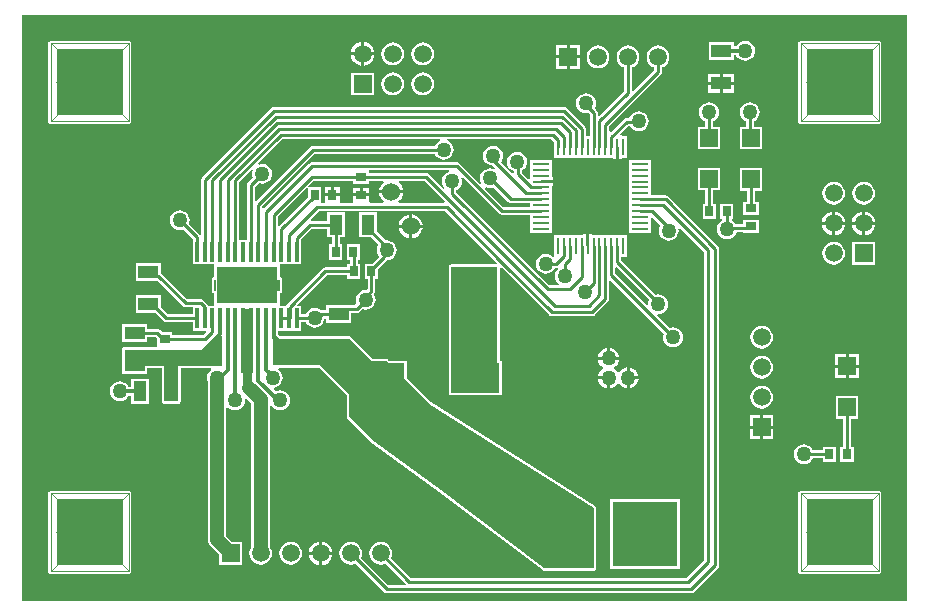
<source format=gtl>
G04*
G04 #@! TF.GenerationSoftware,Altium Limited,Altium Designer,19.1.5 (86)*
G04*
G04 Layer_Physical_Order=1*
G04 Layer_Color=255*
%FSLAX25Y25*%
%MOIN*%
G70*
G01*
G75*
%ADD13C,0.01000*%
%ADD18C,0.00394*%
%ADD19C,0.00098*%
%ADD20R,0.06693X0.04331*%
%ADD21R,0.02756X0.03543*%
%ADD22R,0.05906X0.05906*%
%ADD23R,0.03543X0.02756*%
%ADD24R,0.20394X0.12205*%
%ADD25R,0.01400X0.06600*%
%ADD26R,0.04331X0.06693*%
%ADD27R,0.01102X0.05787*%
%ADD28R,0.05787X0.01102*%
%ADD29R,0.15748X0.09843*%
%ADD48C,0.03937*%
%ADD49C,0.01400*%
%ADD50C,0.03000*%
%ADD51C,0.04500*%
%ADD52C,0.01500*%
%ADD53R,0.04000X0.21500*%
%ADD54R,0.04500X0.13000*%
%ADD55R,0.27000X0.05500*%
%ADD56R,0.25500X0.09000*%
%ADD57R,0.15500X0.42000*%
%ADD58R,0.22047X0.22047*%
%ADD59C,0.05906*%
%ADD60R,0.05906X0.05906*%
%ADD61C,0.06000*%
%ADD62C,0.07500*%
%ADD63C,0.14961*%
%ADD64R,0.21717X0.21717*%
%ADD65C,0.21717*%
%ADD66C,0.05000*%
%ADD67C,0.02362*%
G36*
X397500Y102500D02*
X397000Y102000D01*
X102500D01*
Y297500D01*
X397500D01*
Y102500D01*
D02*
G37*
%LPC*%
G36*
X343500Y288828D02*
X342638Y288715D01*
X341836Y288383D01*
X341146Y287854D01*
X340617Y287164D01*
X340562Y287029D01*
X339647D01*
Y288280D01*
X331353D01*
Y282350D01*
X339647D01*
Y283971D01*
X340562D01*
X340617Y283836D01*
X341146Y283146D01*
X341836Y282617D01*
X342638Y282285D01*
X343500Y282172D01*
X344361Y282285D01*
X345164Y282617D01*
X345854Y283146D01*
X346382Y283836D01*
X346715Y284639D01*
X346829Y285500D01*
X346715Y286362D01*
X346382Y287164D01*
X345854Y287854D01*
X345164Y288383D01*
X344361Y288715D01*
X343500Y288828D01*
D02*
G37*
G36*
X216500Y288421D02*
Y285000D01*
X219921D01*
X219851Y285532D01*
X219453Y286493D01*
X218819Y287319D01*
X217993Y287953D01*
X217032Y288351D01*
X216500Y288421D01*
D02*
G37*
G36*
X215500D02*
X214968Y288351D01*
X214007Y287953D01*
X213181Y287319D01*
X212547Y286493D01*
X212149Y285532D01*
X212079Y285000D01*
X215500D01*
Y288421D01*
D02*
G37*
G36*
X288453Y287453D02*
X285000D01*
Y284000D01*
X288453D01*
Y287453D01*
D02*
G37*
G36*
X284000D02*
X280547D01*
Y284000D01*
X284000D01*
Y287453D01*
D02*
G37*
G36*
X236000Y288285D02*
X235020Y288156D01*
X234107Y287778D01*
X233324Y287176D01*
X232722Y286393D01*
X232344Y285480D01*
X232215Y284500D01*
X232344Y283520D01*
X232722Y282607D01*
X233324Y281823D01*
X234107Y281222D01*
X235020Y280844D01*
X236000Y280715D01*
X236980Y280844D01*
X237893Y281222D01*
X238677Y281823D01*
X239278Y282607D01*
X239656Y283520D01*
X239785Y284500D01*
X239656Y285480D01*
X239278Y286393D01*
X238677Y287176D01*
X237893Y287778D01*
X236980Y288156D01*
X236000Y288285D01*
D02*
G37*
G36*
X226000D02*
X225020Y288156D01*
X224107Y287778D01*
X223323Y287176D01*
X222722Y286393D01*
X222344Y285480D01*
X222215Y284500D01*
X222344Y283520D01*
X222722Y282607D01*
X223323Y281823D01*
X224107Y281222D01*
X225020Y280844D01*
X226000Y280715D01*
X226980Y280844D01*
X227893Y281222D01*
X228677Y281823D01*
X229278Y282607D01*
X229656Y283520D01*
X229785Y284500D01*
X229656Y285480D01*
X229278Y286393D01*
X228677Y287176D01*
X227893Y287778D01*
X226980Y288156D01*
X226000Y288285D01*
D02*
G37*
G36*
X219921Y284000D02*
X216500D01*
Y280579D01*
X217032Y280649D01*
X217993Y281047D01*
X218819Y281681D01*
X219453Y282507D01*
X219851Y283468D01*
X219921Y284000D01*
D02*
G37*
G36*
X215500D02*
X212079D01*
X212149Y283468D01*
X212547Y282507D01*
X213181Y281681D01*
X214007Y281047D01*
X214968Y280649D01*
X215500Y280579D01*
Y284000D01*
D02*
G37*
G36*
X294500Y287285D02*
X293520Y287156D01*
X292607Y286778D01*
X291824Y286176D01*
X291222Y285393D01*
X290844Y284480D01*
X290715Y283500D01*
X290844Y282520D01*
X291222Y281607D01*
X291824Y280823D01*
X292607Y280222D01*
X293520Y279844D01*
X294500Y279715D01*
X295480Y279844D01*
X296393Y280222D01*
X297177Y280823D01*
X297778Y281607D01*
X298156Y282520D01*
X298285Y283500D01*
X298156Y284480D01*
X297778Y285393D01*
X297177Y286176D01*
X296393Y286778D01*
X295480Y287156D01*
X294500Y287285D01*
D02*
G37*
G36*
X288453Y283000D02*
X285000D01*
Y279547D01*
X288453D01*
Y283000D01*
D02*
G37*
G36*
X284000D02*
X280547D01*
Y279547D01*
X284000D01*
Y283000D01*
D02*
G37*
G36*
X339846Y277850D02*
X336000D01*
Y275185D01*
X339846D01*
Y277850D01*
D02*
G37*
G36*
X335000D02*
X331153D01*
Y275185D01*
X335000D01*
Y277850D01*
D02*
G37*
G36*
X314500Y287285D02*
X313520Y287156D01*
X312607Y286778D01*
X311824Y286176D01*
X311222Y285393D01*
X310844Y284480D01*
X310715Y283500D01*
X310844Y282520D01*
X311222Y281607D01*
X311824Y280823D01*
X312607Y280222D01*
X313175Y279987D01*
Y279049D01*
X306287Y272162D01*
X305825Y272353D01*
Y279987D01*
X306393Y280222D01*
X307176Y280823D01*
X307778Y281607D01*
X308156Y282520D01*
X308285Y283500D01*
X308156Y284480D01*
X307778Y285393D01*
X307176Y286176D01*
X306393Y286778D01*
X305480Y287156D01*
X304500Y287285D01*
X303520Y287156D01*
X302607Y286778D01*
X301823Y286176D01*
X301222Y285393D01*
X300844Y284480D01*
X300715Y283500D01*
X300844Y282520D01*
X301222Y281607D01*
X301823Y280823D01*
X302607Y280222D01*
X303174Y279987D01*
Y272049D01*
X294772Y263646D01*
X294310Y263838D01*
Y264827D01*
X294209Y265335D01*
X293921Y265765D01*
X293369Y266318D01*
X293383Y266336D01*
X293715Y267139D01*
X293829Y268000D01*
X293715Y268862D01*
X293383Y269664D01*
X292854Y270354D01*
X292164Y270883D01*
X291361Y271215D01*
X290500Y271328D01*
X289638Y271215D01*
X288836Y270883D01*
X288146Y270354D01*
X287617Y269664D01*
X287285Y268862D01*
X287172Y268000D01*
X287285Y267139D01*
X287617Y266336D01*
X288146Y265646D01*
X288836Y265118D01*
X289638Y264785D01*
X290500Y264671D01*
X291177Y264761D01*
X291659Y264278D01*
Y257111D01*
X290373D01*
Y259590D01*
X290272Y260097D01*
X289984Y260527D01*
X284074Y266437D01*
X283644Y266725D01*
X283137Y266826D01*
X186500D01*
X185993Y266725D01*
X185563Y266437D01*
X162613Y243487D01*
X162325Y243057D01*
X162224Y242550D01*
Y224258D01*
X161724Y224107D01*
X161637Y224237D01*
X158075Y227800D01*
X158215Y228138D01*
X158328Y229000D01*
X158215Y229861D01*
X157882Y230664D01*
X157354Y231354D01*
X156664Y231883D01*
X155861Y232215D01*
X155000Y232329D01*
X154139Y232215D01*
X153336Y231883D01*
X152646Y231354D01*
X152118Y230664D01*
X151785Y229861D01*
X151672Y229000D01*
X151785Y228138D01*
X152118Y227336D01*
X152646Y226646D01*
X153336Y226117D01*
X154139Y225785D01*
X155000Y225672D01*
X155861Y225785D01*
X156200Y225925D01*
X159103Y223022D01*
X159291Y222600D01*
Y214400D01*
X165969D01*
X166428Y214302D01*
X166428Y213900D01*
Y210083D01*
X166129Y210024D01*
X165864Y209847D01*
X165687Y209582D01*
X165625Y209270D01*
Y205530D01*
X165687Y205218D01*
X165864Y204953D01*
X166129Y204776D01*
X166428Y204717D01*
X166428Y200498D01*
X165969Y200400D01*
X164746D01*
X164725Y200507D01*
X164437Y200937D01*
X162937Y202437D01*
X162507Y202725D01*
X162000Y202825D01*
X157549D01*
X148852Y211523D01*
X148646Y211660D01*
Y214780D01*
X140354D01*
Y208850D01*
X147776D01*
X156063Y200563D01*
X156493Y200275D01*
X157000Y200174D01*
X159291D01*
Y197626D01*
X151115D01*
X148646Y200094D01*
Y204150D01*
X140354D01*
Y198220D01*
X146772D01*
X149629Y195363D01*
X150059Y195075D01*
X150566Y194975D01*
X159291D01*
Y192200D01*
X163672D01*
X163864Y191738D01*
X162904Y190778D01*
X152572D01*
Y191631D01*
X149303D01*
X148496Y192437D01*
X148066Y192725D01*
X147559Y192825D01*
X144147D01*
Y194280D01*
X135854D01*
Y188350D01*
X144147D01*
Y190174D01*
X147010D01*
X147428Y189756D01*
Y187275D01*
X147428D01*
X147330Y186816D01*
X136500D01*
X136188Y186754D01*
X135923Y186577D01*
X135746Y186312D01*
X135684Y186000D01*
Y180500D01*
X135746Y180188D01*
X135854Y180027D01*
Y177720D01*
X144147D01*
Y179684D01*
X149184D01*
Y168500D01*
X149246Y168188D01*
X149350Y168033D01*
Y167853D01*
X149528D01*
X149688Y167746D01*
X150000Y167684D01*
X154500D01*
X154812Y167746D01*
X154973Y167853D01*
X155280D01*
Y168322D01*
X155316Y168500D01*
Y179684D01*
X165408D01*
X165577Y179184D01*
X165146Y178854D01*
X164618Y178164D01*
X164285Y177362D01*
X164172Y176500D01*
X164285Y175638D01*
X164424Y175304D01*
Y122500D01*
X164529Y121704D01*
X164836Y120962D01*
X165325Y120325D01*
X168247Y117402D01*
Y114247D01*
X175753D01*
Y121753D01*
X172598D01*
X170576Y123774D01*
Y166568D01*
X171076Y166738D01*
X171146Y166646D01*
X171836Y166118D01*
X172638Y165785D01*
X173500Y165672D01*
X174362Y165785D01*
X175164Y166118D01*
X175854Y166646D01*
X176383Y167336D01*
X176715Y168139D01*
X176829Y169000D01*
X176758Y169533D01*
X177232Y169766D01*
X178924Y168075D01*
Y120155D01*
X178722Y119893D01*
X178344Y118980D01*
X178215Y118000D01*
X178344Y117020D01*
X178722Y116107D01*
X179323Y115323D01*
X180107Y114722D01*
X181020Y114344D01*
X182000Y114215D01*
X182980Y114344D01*
X183893Y114722D01*
X184677Y115323D01*
X185278Y116107D01*
X185656Y117020D01*
X185785Y118000D01*
X185656Y118980D01*
X185278Y119893D01*
X185076Y120155D01*
Y167336D01*
X185576Y167435D01*
X185617Y167336D01*
X186146Y166646D01*
X186836Y166118D01*
X187638Y165785D01*
X188500Y165672D01*
X189362Y165785D01*
X190164Y166118D01*
X190854Y166646D01*
X191383Y167336D01*
X191715Y168139D01*
X191829Y169000D01*
X191715Y169861D01*
X191383Y170664D01*
X190854Y171354D01*
X190164Y171882D01*
X189362Y172215D01*
X188500Y172328D01*
X187638Y172215D01*
X187039Y171967D01*
X186299Y172707D01*
X186479Y173234D01*
X186862Y173285D01*
X187664Y173617D01*
X188354Y174146D01*
X188883Y174836D01*
X189215Y175638D01*
X189329Y176500D01*
X189215Y177362D01*
X188883Y178164D01*
X188354Y178854D01*
X187923Y179184D01*
X188092Y179684D01*
X201662D01*
X210684Y170662D01*
Y163500D01*
X210684Y163500D01*
X210746Y163188D01*
X210923Y162923D01*
X210923Y162923D01*
X219423Y154423D01*
X219466Y154395D01*
X219500Y154356D01*
X219511Y154350D01*
X219520Y154340D01*
X241514Y138345D01*
X276009Y112349D01*
X276102Y112304D01*
X276188Y112246D01*
X276244Y112235D01*
X276296Y112210D01*
X276399Y112204D01*
X276500Y112184D01*
X293000D01*
X293312Y112246D01*
X293577Y112423D01*
X293754Y112688D01*
X293816Y113000D01*
Y133000D01*
X293798Y133088D01*
X293796Y133178D01*
X293767Y133243D01*
X293754Y133312D01*
X293704Y133387D01*
X293667Y133469D01*
X293616Y133518D01*
X293577Y133577D01*
X293502Y133627D01*
X293437Y133689D01*
X238763Y168390D01*
X230926Y176228D01*
Y182221D01*
X224932D01*
X224577Y182577D01*
X224312Y182754D01*
X224000Y182816D01*
X224000Y182816D01*
X219338D01*
X212146Y190007D01*
Y190150D01*
X211979D01*
X211947Y190182D01*
X211876Y190211D01*
X211812Y190254D01*
X211730Y190270D01*
X211652Y190302D01*
X211575Y190301D01*
X211500Y190316D01*
X211500Y190316D01*
X188419D01*
X187911Y190824D01*
Y192200D01*
X195559D01*
Y195175D01*
X196977D01*
X197117Y194836D01*
X197646Y194146D01*
X198336Y193617D01*
X199138Y193285D01*
X200000Y193172D01*
X200862Y193285D01*
X201664Y193617D01*
X202354Y194146D01*
X202883Y194836D01*
X203215Y195639D01*
X203327Y196490D01*
X203854D01*
Y194850D01*
X212146D01*
Y198155D01*
X213980D01*
X214488Y198256D01*
X214918Y198543D01*
X215800Y199425D01*
X216139Y199285D01*
X217000Y199171D01*
X217862Y199285D01*
X218664Y199618D01*
X219354Y200146D01*
X219882Y200836D01*
X220215Y201639D01*
X220328Y202500D01*
X220215Y203362D01*
X219882Y204164D01*
X219697Y204405D01*
X219890Y204598D01*
X220177Y205028D01*
X220278Y205535D01*
Y209428D01*
X221131D01*
Y212697D01*
X224121Y215687D01*
X224862Y215785D01*
X225664Y216118D01*
X226354Y216646D01*
X226883Y217336D01*
X227215Y218139D01*
X227328Y219000D01*
X227215Y219862D01*
X226883Y220664D01*
X226354Y221354D01*
X225664Y221883D01*
X224862Y222215D01*
X224000Y222328D01*
X223717Y222291D01*
X220780Y225228D01*
Y231646D01*
X214850D01*
Y223354D01*
X218906D01*
X221325Y220935D01*
X221117Y220664D01*
X220785Y219862D01*
X220672Y219000D01*
X220785Y218139D01*
X221117Y217336D01*
X221510Y216825D01*
X219256Y214572D01*
X216775D01*
Y209428D01*
X217627D01*
Y206146D01*
X217247Y205796D01*
X217000Y205828D01*
X216139Y205715D01*
X215336Y205382D01*
X214646Y204854D01*
X214118Y204164D01*
X213785Y203362D01*
X213671Y202500D01*
X213785Y201639D01*
X213925Y201300D01*
X213431Y200806D01*
X209665D01*
X209537Y200780D01*
X203854D01*
Y199140D01*
X202397D01*
X202066Y199074D01*
X201664Y199382D01*
X200862Y199715D01*
X200000Y199829D01*
X199138Y199715D01*
X198336Y199382D01*
X197646Y198854D01*
X197117Y198164D01*
X196977Y197826D01*
X195582D01*
X195559Y197943D01*
Y200400D01*
X194428D01*
X194236Y200862D01*
X204049Y210675D01*
X210869D01*
Y209428D01*
X215225D01*
Y214572D01*
X214325D01*
Y215928D01*
X215131D01*
Y221072D01*
X210775D01*
Y215928D01*
X211674D01*
Y214572D01*
X210869D01*
Y213326D01*
X203500D01*
X202993Y213225D01*
X202563Y212937D01*
X190763Y201137D01*
X190475Y200707D01*
X190414Y200400D01*
X188881D01*
X188422Y200498D01*
X188422Y200900D01*
Y204717D01*
X188721Y204776D01*
X188986Y204953D01*
X189163Y205218D01*
X189225Y205530D01*
Y209270D01*
X189163Y209582D01*
X188986Y209847D01*
X188721Y210024D01*
X188422Y210083D01*
X188422Y214302D01*
X188881Y214400D01*
X195559D01*
Y222600D01*
X195559Y222600D01*
X195559D01*
X195843Y222968D01*
X199049Y226174D01*
X204220D01*
Y223354D01*
X205722D01*
Y221072D01*
X204869D01*
Y215928D01*
X209225D01*
Y221072D01*
X208373D01*
Y223354D01*
X210150D01*
Y231646D01*
X204220D01*
Y228825D01*
X198862D01*
X198654Y229326D01*
X201503Y232174D01*
X243451D01*
X260810Y214816D01*
X260603Y214316D01*
X245500D01*
X245188Y214254D01*
X244923Y214077D01*
X244746Y213812D01*
X244684Y213500D01*
Y171500D01*
X244746Y171188D01*
X244923Y170923D01*
X245074Y170823D01*
Y170779D01*
X245140D01*
X245188Y170746D01*
X245500Y170684D01*
X261000D01*
X261312Y170746D01*
X261361Y170779D01*
X262422D01*
Y182221D01*
X261816D01*
Y213103D01*
X262306Y213310D01*
X262316Y213310D01*
X278063Y197563D01*
X278493Y197275D01*
X279000Y197175D01*
X292500D01*
X293007Y197275D01*
X293437Y197563D01*
X297859Y201984D01*
X298146Y202414D01*
X298247Y202921D01*
Y208726D01*
X298709Y208917D01*
X316425Y191200D01*
X316285Y190861D01*
X316172Y190000D01*
X316285Y189138D01*
X316617Y188336D01*
X317146Y187646D01*
X317836Y187118D01*
X318638Y186785D01*
X319500Y186671D01*
X320361Y186785D01*
X321164Y187118D01*
X321854Y187646D01*
X322382Y188336D01*
X322715Y189138D01*
X322829Y190000D01*
X322715Y190861D01*
X322382Y191664D01*
X321854Y192354D01*
X321164Y192883D01*
X320361Y193215D01*
X319500Y193328D01*
X318638Y193215D01*
X318300Y193075D01*
X314163Y197212D01*
X314397Y197685D01*
X314500Y197671D01*
X315361Y197785D01*
X316164Y198117D01*
X316854Y198646D01*
X317383Y199336D01*
X317715Y200138D01*
X317828Y201000D01*
X317715Y201862D01*
X317383Y202664D01*
X316854Y203354D01*
X316164Y203883D01*
X315361Y204215D01*
X314500Y204328D01*
X313657Y204218D01*
X302184Y215691D01*
Y216889D01*
X304178D01*
Y224276D01*
X300241D01*
Y224276D01*
X293602D01*
Y224276D01*
X292567D01*
Y224476D01*
X291516D01*
Y220583D01*
X290516D01*
Y224476D01*
X289465D01*
Y224276D01*
X283759D01*
Y224276D01*
X279822D01*
Y217352D01*
X279822Y217064D01*
X279445Y216895D01*
X279329Y216873D01*
X278664Y217383D01*
X277861Y217715D01*
X277000Y217828D01*
X276138Y217715D01*
X275336Y217383D01*
X274646Y216854D01*
X274117Y216164D01*
X273785Y215361D01*
X273672Y214500D01*
X273785Y213638D01*
X274117Y212836D01*
X274646Y212146D01*
X275336Y211617D01*
X276138Y211285D01*
X277000Y211172D01*
X277861Y211285D01*
X278664Y211617D01*
X279354Y212146D01*
X279883Y212836D01*
X280023Y213175D01*
X280500D01*
X280837Y213242D01*
X281005Y213032D01*
X281092Y212783D01*
X280617Y212164D01*
X280285Y211362D01*
X280171Y210500D01*
X280285Y209639D01*
X280617Y208836D01*
X281146Y208146D01*
X281565Y207825D01*
X281395Y207326D01*
X278175D01*
X247076Y238425D01*
Y238977D01*
X247414Y239118D01*
X248104Y239646D01*
X248633Y240336D01*
X248965Y241139D01*
X249078Y242000D01*
X248965Y242862D01*
X248900Y243018D01*
X249324Y243302D01*
X261367Y231259D01*
X261797Y230972D01*
X262304Y230871D01*
X271889D01*
Y228759D01*
Y224822D01*
X279276D01*
Y228759D01*
Y232696D01*
Y236633D01*
Y240370D01*
X279476D01*
Y241421D01*
X275583D01*
Y242421D01*
X279476D01*
Y243472D01*
X279276D01*
Y249178D01*
X271889D01*
Y246476D01*
Y243472D01*
X271689D01*
Y242839D01*
X271227Y242648D01*
X269046Y244828D01*
Y245568D01*
X269164Y245618D01*
X269854Y246146D01*
X270382Y246836D01*
X270715Y247639D01*
X270829Y248500D01*
X270715Y249361D01*
X270382Y250164D01*
X269854Y250854D01*
X269164Y251382D01*
X268361Y251715D01*
X267500Y251829D01*
X266638Y251715D01*
X265836Y251382D01*
X265146Y250854D01*
X264617Y250164D01*
X264285Y249361D01*
X264172Y248500D01*
X264285Y247639D01*
X264617Y246836D01*
X265146Y246146D01*
X265836Y245618D01*
X266395Y245386D01*
Y244687D01*
X265895Y244479D01*
X262016Y248358D01*
X262383Y248836D01*
X262715Y249639D01*
X262828Y250500D01*
X262715Y251361D01*
X262383Y252164D01*
X261854Y252854D01*
X261164Y253382D01*
X260362Y253715D01*
X259500Y253829D01*
X258639Y253715D01*
X257836Y253382D01*
X257146Y252854D01*
X256617Y252164D01*
X256285Y251361D01*
X256171Y250500D01*
X256285Y249639D01*
X256617Y248836D01*
X257146Y248146D01*
X257836Y247618D01*
X258639Y247285D01*
X259447Y247179D01*
X260228Y246397D01*
X259945Y245973D01*
X259362Y246215D01*
X258500Y246328D01*
X257639Y246215D01*
X256836Y245883D01*
X256146Y245354D01*
X255617Y244664D01*
X255285Y243862D01*
X255171Y243000D01*
X255285Y242139D01*
X255527Y241555D01*
X255103Y241272D01*
X248437Y247937D01*
X248007Y248225D01*
X247500Y248325D01*
X199000D01*
X198493Y248225D01*
X198063Y247937D01*
X183089Y232964D01*
X182589Y233171D01*
Y233715D01*
X200049Y251174D01*
X239977D01*
X240118Y250836D01*
X240646Y250146D01*
X241336Y249618D01*
X242139Y249285D01*
X243000Y249171D01*
X243862Y249285D01*
X244664Y249618D01*
X245354Y250146D01*
X245883Y250836D01*
X246215Y251639D01*
X246328Y252500D01*
X246215Y253362D01*
X245883Y254164D01*
X245354Y254854D01*
X244664Y255382D01*
X243959Y255675D01*
X244059Y256174D01*
X278884D01*
X279822Y255237D01*
Y249724D01*
X293602D01*
Y249724D01*
X298272D01*
Y249724D01*
X299307D01*
Y249524D01*
X300358D01*
Y253417D01*
X301358D01*
Y249524D01*
X302410D01*
Y249724D01*
X304178D01*
Y257111D01*
X302410D01*
Y257311D01*
X301996D01*
X301805Y257773D01*
X304549Y260517D01*
X305042D01*
X305118Y260336D01*
X305646Y259646D01*
X306336Y259118D01*
X307138Y258785D01*
X308000Y258671D01*
X308861Y258785D01*
X309664Y259118D01*
X310354Y259646D01*
X310882Y260336D01*
X311215Y261139D01*
X311329Y262000D01*
X311215Y262861D01*
X310882Y263664D01*
X310354Y264354D01*
X309664Y264882D01*
X308861Y265215D01*
X308000Y265329D01*
X307138Y265215D01*
X306336Y264882D01*
X305646Y264354D01*
X305118Y263664D01*
X304912Y263168D01*
X304000D01*
X303493Y263067D01*
X303063Y262780D01*
X298709Y258426D01*
X298247Y258617D01*
Y260372D01*
X315437Y277563D01*
X315725Y277993D01*
X315826Y278500D01*
Y279987D01*
X316393Y280222D01*
X317177Y280823D01*
X317778Y281607D01*
X318156Y282520D01*
X318285Y283500D01*
X318156Y284480D01*
X317778Y285393D01*
X317177Y286176D01*
X316393Y286778D01*
X315480Y287156D01*
X314500Y287285D01*
D02*
G37*
G36*
X339846Y274185D02*
X336000D01*
Y271520D01*
X339846D01*
Y274185D01*
D02*
G37*
G36*
X335000D02*
X331153D01*
Y271520D01*
X335000D01*
Y274185D01*
D02*
G37*
G36*
X219753Y278253D02*
X212247D01*
Y270747D01*
X219753D01*
Y278253D01*
D02*
G37*
G36*
X236000Y278285D02*
X235020Y278156D01*
X234107Y277778D01*
X233324Y277176D01*
X232722Y276393D01*
X232344Y275480D01*
X232215Y274500D01*
X232344Y273520D01*
X232722Y272607D01*
X233324Y271824D01*
X234107Y271222D01*
X235020Y270844D01*
X236000Y270715D01*
X236980Y270844D01*
X237893Y271222D01*
X238677Y271824D01*
X239278Y272607D01*
X239656Y273520D01*
X239785Y274500D01*
X239656Y275480D01*
X239278Y276393D01*
X238677Y277176D01*
X237893Y277778D01*
X236980Y278156D01*
X236000Y278285D01*
D02*
G37*
G36*
X226000D02*
X225020Y278156D01*
X224107Y277778D01*
X223323Y277176D01*
X222722Y276393D01*
X222344Y275480D01*
X222215Y274500D01*
X222344Y273520D01*
X222722Y272607D01*
X223323Y271824D01*
X224107Y271222D01*
X225020Y270844D01*
X226000Y270715D01*
X226980Y270844D01*
X227893Y271222D01*
X228677Y271824D01*
X229278Y272607D01*
X229656Y273520D01*
X229785Y274500D01*
X229656Y275480D01*
X229278Y276393D01*
X228677Y277176D01*
X227893Y277778D01*
X226980Y278156D01*
X226000Y278285D01*
D02*
G37*
G36*
X387992Y288811D02*
X362008D01*
X361696Y288749D01*
X361431Y288572D01*
X361254Y288307D01*
X361192Y287995D01*
Y262011D01*
X361254Y261699D01*
X361431Y261434D01*
X361696Y261257D01*
X362008Y261195D01*
X387992D01*
X388304Y261257D01*
X388569Y261434D01*
X388746Y261699D01*
X388808Y262011D01*
Y287995D01*
X388746Y288307D01*
X388569Y288572D01*
X388304Y288749D01*
X387992Y288811D01*
D02*
G37*
G36*
X137992D02*
X112008D01*
X111696Y288749D01*
X111431Y288572D01*
X111254Y288307D01*
X111192Y287995D01*
Y262011D01*
X111254Y261699D01*
X111431Y261434D01*
X111696Y261257D01*
X112008Y261195D01*
X137992D01*
X138304Y261257D01*
X138569Y261434D01*
X138746Y261699D01*
X138808Y262011D01*
Y287995D01*
X138746Y288307D01*
X138569Y288572D01*
X138304Y288749D01*
X137992Y288811D01*
D02*
G37*
G36*
X331500Y268328D02*
X330639Y268215D01*
X329836Y267882D01*
X329146Y267354D01*
X328618Y266664D01*
X328285Y265862D01*
X328171Y265000D01*
X328285Y264139D01*
X328618Y263336D01*
X329146Y262646D01*
X329836Y262118D01*
X330174Y261977D01*
Y260253D01*
X327747D01*
Y252747D01*
X335253D01*
Y260253D01*
X332825D01*
Y261977D01*
X333164Y262118D01*
X333854Y262646D01*
X334383Y263336D01*
X334715Y264139D01*
X334828Y265000D01*
X334715Y265862D01*
X334383Y266664D01*
X333854Y267354D01*
X333164Y267882D01*
X332362Y268215D01*
X331500Y268328D01*
D02*
G37*
G36*
X345000D02*
X344139Y268215D01*
X343336Y267882D01*
X342646Y267354D01*
X342118Y266664D01*
X341785Y265862D01*
X341671Y265000D01*
X341785Y264139D01*
X342118Y263336D01*
X342646Y262646D01*
X343336Y262118D01*
X343674Y261977D01*
Y260142D01*
X341747D01*
Y252637D01*
X349253D01*
Y260142D01*
X346325D01*
Y261977D01*
X346664Y262118D01*
X347354Y262646D01*
X347883Y263336D01*
X348215Y264139D01*
X348328Y265000D01*
X348215Y265862D01*
X347883Y266664D01*
X347354Y267354D01*
X346664Y267882D01*
X345862Y268215D01*
X345000Y268328D01*
D02*
G37*
G36*
X383000Y241785D02*
X382020Y241656D01*
X381107Y241278D01*
X380324Y240676D01*
X379722Y239893D01*
X379344Y238980D01*
X379215Y238000D01*
X379344Y237020D01*
X379722Y236107D01*
X380324Y235324D01*
X381107Y234722D01*
X382020Y234344D01*
X383000Y234215D01*
X383980Y234344D01*
X384893Y234722D01*
X385677Y235324D01*
X386278Y236107D01*
X386656Y237020D01*
X386785Y238000D01*
X386656Y238980D01*
X386278Y239893D01*
X385677Y240676D01*
X384893Y241278D01*
X383980Y241656D01*
X383000Y241785D01*
D02*
G37*
G36*
X373000D02*
X372020Y241656D01*
X371107Y241278D01*
X370323Y240676D01*
X369722Y239893D01*
X369344Y238980D01*
X369215Y238000D01*
X369344Y237020D01*
X369722Y236107D01*
X370323Y235324D01*
X371107Y234722D01*
X372020Y234344D01*
X373000Y234215D01*
X373980Y234344D01*
X374893Y234722D01*
X375676Y235324D01*
X376278Y236107D01*
X376656Y237020D01*
X376785Y238000D01*
X376656Y238980D01*
X376278Y239893D01*
X375676Y240676D01*
X374893Y241278D01*
X373980Y241656D01*
X373000Y241785D01*
D02*
G37*
G36*
X349253Y246363D02*
X341747D01*
Y238858D01*
X344175D01*
Y235131D01*
X342928D01*
Y230775D01*
X348072D01*
Y235131D01*
X346826D01*
Y238858D01*
X349253D01*
Y246363D01*
D02*
G37*
G36*
X335253Y246473D02*
X327747D01*
Y238968D01*
X330174D01*
Y234572D01*
X329322D01*
Y229428D01*
X333678D01*
Y234572D01*
X332825D01*
Y238968D01*
X335253D01*
Y246473D01*
D02*
G37*
G36*
X383500Y231921D02*
Y228500D01*
X386921D01*
X386851Y229032D01*
X386453Y229993D01*
X385819Y230819D01*
X384993Y231453D01*
X384032Y231851D01*
X383500Y231921D01*
D02*
G37*
G36*
X373500D02*
Y228500D01*
X376921D01*
X376851Y229032D01*
X376453Y229993D01*
X375819Y230819D01*
X374993Y231453D01*
X374032Y231851D01*
X373500Y231921D01*
D02*
G37*
G36*
X382500D02*
X381968Y231851D01*
X381007Y231453D01*
X380181Y230819D01*
X379547Y229993D01*
X379149Y229032D01*
X379079Y228500D01*
X382500D01*
Y231921D01*
D02*
G37*
G36*
X372500D02*
X371968Y231851D01*
X371007Y231453D01*
X370181Y230819D01*
X369547Y229993D01*
X369149Y229032D01*
X369079Y228500D01*
X372500D01*
Y231921D01*
D02*
G37*
G36*
X232500Y230969D02*
Y227500D01*
X235969D01*
X235897Y228044D01*
X235494Y229017D01*
X234853Y229853D01*
X234017Y230494D01*
X233044Y230897D01*
X232500Y230969D01*
D02*
G37*
G36*
X231500D02*
X230956Y230897D01*
X229983Y230494D01*
X229147Y229853D01*
X228506Y229017D01*
X228103Y228044D01*
X228031Y227500D01*
X231500D01*
Y230969D01*
D02*
G37*
G36*
X339583Y234572D02*
X335228D01*
Y229428D01*
X335847D01*
X335946Y228928D01*
X335836Y228883D01*
X335146Y228354D01*
X334617Y227664D01*
X334285Y226862D01*
X334172Y226000D01*
X334285Y225138D01*
X334617Y224336D01*
X335146Y223646D01*
X335836Y223117D01*
X336638Y222785D01*
X337500Y222672D01*
X338362Y222785D01*
X339164Y223117D01*
X339854Y223646D01*
X340383Y224336D01*
X340715Y225138D01*
X340723Y225198D01*
X342928D01*
Y224869D01*
X348072D01*
Y229225D01*
X342928D01*
Y227849D01*
X340241D01*
X339854Y228354D01*
X339164Y228883D01*
X339054Y228928D01*
X339153Y229428D01*
X339583D01*
Y234572D01*
D02*
G37*
G36*
X386921Y227500D02*
X383500D01*
Y224079D01*
X384032Y224149D01*
X384993Y224547D01*
X385819Y225181D01*
X386453Y226007D01*
X386851Y226968D01*
X386921Y227500D01*
D02*
G37*
G36*
X376921D02*
X373500D01*
Y224079D01*
X374032Y224149D01*
X374993Y224547D01*
X375819Y225181D01*
X376453Y226007D01*
X376851Y226968D01*
X376921Y227500D01*
D02*
G37*
G36*
X372500D02*
X369079D01*
X369149Y226968D01*
X369547Y226007D01*
X370181Y225181D01*
X371007Y224547D01*
X371968Y224149D01*
X372500Y224079D01*
Y227500D01*
D02*
G37*
G36*
X382500D02*
X379079D01*
X379149Y226968D01*
X379547Y226007D01*
X380181Y225181D01*
X381007Y224547D01*
X381968Y224149D01*
X382500Y224079D01*
Y227500D01*
D02*
G37*
G36*
X235969Y226500D02*
X232500D01*
Y223031D01*
X233044Y223103D01*
X234017Y223506D01*
X234853Y224147D01*
X235494Y224983D01*
X235897Y225956D01*
X235969Y226500D01*
D02*
G37*
G36*
X231500D02*
X228031D01*
X228103Y225956D01*
X228506Y224983D01*
X229147Y224147D01*
X229983Y223506D01*
X230956Y223103D01*
X231500Y223031D01*
Y226500D01*
D02*
G37*
G36*
X386753Y221753D02*
X379247D01*
Y214247D01*
X386753D01*
Y221753D01*
D02*
G37*
G36*
X373000Y221785D02*
X372020Y221656D01*
X371107Y221278D01*
X370323Y220676D01*
X369722Y219893D01*
X369344Y218980D01*
X369215Y218000D01*
X369344Y217020D01*
X369722Y216107D01*
X370323Y215323D01*
X371107Y214722D01*
X372020Y214344D01*
X373000Y214215D01*
X373980Y214344D01*
X374893Y214722D01*
X375676Y215323D01*
X376278Y216107D01*
X376656Y217020D01*
X376785Y218000D01*
X376656Y218980D01*
X376278Y219893D01*
X375676Y220676D01*
X374893Y221278D01*
X373980Y221656D01*
X373000Y221785D01*
D02*
G37*
G36*
X349000Y193785D02*
X348020Y193656D01*
X347107Y193278D01*
X346323Y192676D01*
X345722Y191893D01*
X345344Y190980D01*
X345215Y190000D01*
X345344Y189020D01*
X345722Y188107D01*
X346323Y187323D01*
X347107Y186722D01*
X348020Y186344D01*
X349000Y186215D01*
X349980Y186344D01*
X350893Y186722D01*
X351677Y187323D01*
X352278Y188107D01*
X352656Y189020D01*
X352785Y190000D01*
X352656Y190980D01*
X352278Y191893D01*
X351677Y192676D01*
X350893Y193278D01*
X349980Y193656D01*
X349000Y193785D01*
D02*
G37*
G36*
X298500Y186464D02*
Y183500D01*
X301464D01*
X301410Y183914D01*
X301057Y184765D01*
X300496Y185496D01*
X299765Y186057D01*
X298914Y186410D01*
X298500Y186464D01*
D02*
G37*
G36*
X297500D02*
X297086Y186410D01*
X296235Y186057D01*
X295504Y185496D01*
X294943Y184765D01*
X294590Y183914D01*
X294536Y183500D01*
X297500D01*
Y186464D01*
D02*
G37*
G36*
X381453Y184343D02*
X378000D01*
Y180890D01*
X381453D01*
Y184343D01*
D02*
G37*
G36*
X377000D02*
X373547D01*
Y180890D01*
X377000D01*
Y184343D01*
D02*
G37*
G36*
X305000Y179964D02*
Y177000D01*
X307964D01*
X307910Y177414D01*
X307557Y178265D01*
X306996Y178996D01*
X306265Y179557D01*
X305414Y179910D01*
X305000Y179964D01*
D02*
G37*
G36*
X381453Y179890D02*
X378000D01*
Y176437D01*
X381453D01*
Y179890D01*
D02*
G37*
G36*
X377000D02*
X373547D01*
Y176437D01*
X377000D01*
Y179890D01*
D02*
G37*
G36*
X349000Y183785D02*
X348020Y183656D01*
X347107Y183278D01*
X346323Y182676D01*
X345722Y181893D01*
X345344Y180980D01*
X345215Y180000D01*
X345344Y179020D01*
X345722Y178107D01*
X346323Y177323D01*
X347107Y176722D01*
X348020Y176344D01*
X349000Y176215D01*
X349980Y176344D01*
X350893Y176722D01*
X351677Y177323D01*
X352278Y178107D01*
X352656Y179020D01*
X352785Y180000D01*
X352656Y180980D01*
X352278Y181893D01*
X351677Y182676D01*
X350893Y183278D01*
X349980Y183656D01*
X349000Y183785D01*
D02*
G37*
G36*
X144650Y176146D02*
X138720D01*
Y173529D01*
X137938D01*
X137882Y173664D01*
X137354Y174354D01*
X136664Y174882D01*
X135862Y175215D01*
X135000Y175329D01*
X134139Y175215D01*
X133336Y174882D01*
X132646Y174354D01*
X132117Y173664D01*
X131785Y172862D01*
X131672Y172000D01*
X131785Y171139D01*
X132117Y170336D01*
X132646Y169646D01*
X133336Y169117D01*
X134139Y168785D01*
X135000Y168672D01*
X135862Y168785D01*
X136664Y169117D01*
X137354Y169646D01*
X137882Y170336D01*
X137938Y170471D01*
X138720D01*
Y167853D01*
X144650D01*
Y176146D01*
D02*
G37*
G36*
X307964Y176000D02*
X305000D01*
Y173036D01*
X305414Y173090D01*
X306265Y173443D01*
X306996Y174004D01*
X307557Y174735D01*
X307910Y175586D01*
X307964Y176000D01*
D02*
G37*
G36*
X301464Y182500D02*
X294536D01*
X294590Y182086D01*
X294943Y181235D01*
X295504Y180504D01*
X296103Y180044D01*
X296145Y179888D01*
Y179612D01*
X296103Y179456D01*
X295504Y178996D01*
X294943Y178265D01*
X294590Y177414D01*
X294536Y177000D01*
X298000D01*
Y176500D01*
X298500D01*
Y173036D01*
X298914Y173090D01*
X299765Y173443D01*
X300496Y174004D01*
X300956Y174603D01*
X301112Y174645D01*
X301388D01*
X301544Y174603D01*
X302004Y174004D01*
X302735Y173443D01*
X303586Y173090D01*
X304000Y173036D01*
Y176500D01*
Y179964D01*
X303586Y179910D01*
X302735Y179557D01*
X302004Y178996D01*
X301544Y178397D01*
X301388Y178355D01*
X301112D01*
X300956Y178397D01*
X300496Y178996D01*
X299897Y179456D01*
X299855Y179612D01*
Y179888D01*
X299897Y180044D01*
X300496Y180504D01*
X301057Y181235D01*
X301410Y182086D01*
X301464Y182500D01*
D02*
G37*
G36*
X297500Y176000D02*
X294536D01*
X294590Y175586D01*
X294943Y174735D01*
X295504Y174004D01*
X296235Y173443D01*
X297086Y173090D01*
X297500Y173036D01*
Y176000D01*
D02*
G37*
G36*
X349000Y173785D02*
X348020Y173656D01*
X347107Y173278D01*
X346323Y172677D01*
X345722Y171893D01*
X345344Y170980D01*
X345215Y170000D01*
X345344Y169020D01*
X345722Y168107D01*
X346323Y167324D01*
X347107Y166722D01*
X348020Y166344D01*
X349000Y166215D01*
X349980Y166344D01*
X350893Y166722D01*
X351677Y167324D01*
X352278Y168107D01*
X352656Y169020D01*
X352785Y170000D01*
X352656Y170980D01*
X352278Y171893D01*
X351677Y172677D01*
X350893Y173278D01*
X349980Y173656D01*
X349000Y173785D01*
D02*
G37*
G36*
X352953Y163953D02*
X349500D01*
Y160500D01*
X352953D01*
Y163953D01*
D02*
G37*
G36*
X348500D02*
X345047D01*
Y160500D01*
X348500D01*
Y163953D01*
D02*
G37*
G36*
X352953Y159500D02*
X349500D01*
Y156047D01*
X352953D01*
Y159500D01*
D02*
G37*
G36*
X348500D02*
X345047D01*
Y156047D01*
X348500D01*
Y159500D01*
D02*
G37*
G36*
X381253Y170363D02*
X373747D01*
Y162857D01*
X376127D01*
Y153572D01*
X375275D01*
Y148428D01*
X379631D01*
Y153572D01*
X378778D01*
Y162857D01*
X381253D01*
Y170363D01*
D02*
G37*
G36*
X363000Y154329D02*
X362139Y154215D01*
X361336Y153883D01*
X360646Y153354D01*
X360118Y152664D01*
X359785Y151862D01*
X359671Y151000D01*
X359785Y150138D01*
X360118Y149336D01*
X360646Y148646D01*
X361336Y148117D01*
X362139Y147785D01*
X363000Y147671D01*
X363861Y147785D01*
X364664Y148117D01*
X365354Y148646D01*
X365882Y149336D01*
X366023Y149674D01*
X369369D01*
Y148428D01*
X373725D01*
Y153572D01*
X369369D01*
Y152325D01*
X366023D01*
X365882Y152664D01*
X365354Y153354D01*
X364664Y153883D01*
X363861Y154215D01*
X363000Y154329D01*
D02*
G37*
G36*
X202500Y121921D02*
Y118500D01*
X205921D01*
X205851Y119032D01*
X205453Y119993D01*
X204819Y120819D01*
X203993Y121453D01*
X203032Y121851D01*
X202500Y121921D01*
D02*
G37*
G36*
X201500D02*
X200968Y121851D01*
X200007Y121453D01*
X199181Y120819D01*
X198547Y119993D01*
X198149Y119032D01*
X198079Y118500D01*
X201500D01*
Y121921D01*
D02*
G37*
G36*
X192000Y121785D02*
X191020Y121656D01*
X190107Y121278D01*
X189323Y120677D01*
X188722Y119893D01*
X188344Y118980D01*
X188215Y118000D01*
X188344Y117020D01*
X188722Y116107D01*
X189323Y115323D01*
X190107Y114722D01*
X191020Y114344D01*
X192000Y114215D01*
X192980Y114344D01*
X193893Y114722D01*
X194676Y115323D01*
X195278Y116107D01*
X195656Y117020D01*
X195785Y118000D01*
X195656Y118980D01*
X195278Y119893D01*
X194676Y120677D01*
X193893Y121278D01*
X192980Y121656D01*
X192000Y121785D01*
D02*
G37*
G36*
X205921Y117500D02*
X202500D01*
Y114079D01*
X203032Y114149D01*
X203993Y114547D01*
X204819Y115181D01*
X205453Y116007D01*
X205851Y116968D01*
X205921Y117500D01*
D02*
G37*
G36*
X201500D02*
X198079D01*
X198149Y116968D01*
X198547Y116007D01*
X199181Y115181D01*
X200007Y114547D01*
X200968Y114149D01*
X201500Y114079D01*
Y117500D01*
D02*
G37*
G36*
X321831Y136158D02*
X298515D01*
Y112842D01*
X321831D01*
Y136158D01*
D02*
G37*
G36*
X387992Y138811D02*
X362008D01*
X361696Y138749D01*
X361431Y138572D01*
X361254Y138307D01*
X361192Y137995D01*
Y112011D01*
X361254Y111699D01*
X361431Y111434D01*
X361696Y111257D01*
X362008Y111195D01*
X387992D01*
X388304Y111257D01*
X388569Y111434D01*
X388746Y111699D01*
X388808Y112011D01*
Y137995D01*
X388746Y138307D01*
X388569Y138572D01*
X388304Y138749D01*
X387992Y138811D01*
D02*
G37*
G36*
X137992D02*
X112008D01*
X111696Y138749D01*
X111431Y138572D01*
X111254Y138307D01*
X111192Y137995D01*
Y112011D01*
X111254Y111699D01*
X111431Y111434D01*
X111696Y111257D01*
X112008Y111195D01*
X137992D01*
X138304Y111257D01*
X138569Y111434D01*
X138746Y111699D01*
X138808Y112011D01*
Y137995D01*
X138746Y138307D01*
X138569Y138572D01*
X138304Y138749D01*
X137992Y138811D01*
D02*
G37*
G36*
X312111Y249178D02*
X304724D01*
Y246476D01*
Y242539D01*
Y238602D01*
Y234665D01*
X304724D01*
Y233430D01*
X304724D01*
Y228759D01*
Y224822D01*
X312111D01*
Y229861D01*
X312573Y230052D01*
X315267Y227359D01*
X315118Y227164D01*
X314785Y226361D01*
X314671Y225500D01*
X314785Y224639D01*
X315118Y223836D01*
X315646Y223146D01*
X316336Y222618D01*
X317139Y222285D01*
X318000Y222171D01*
X318862Y222285D01*
X319664Y222618D01*
X320354Y223146D01*
X320883Y223836D01*
X321215Y224639D01*
X321328Y225500D01*
X321239Y226179D01*
X321713Y226413D01*
X329675Y218451D01*
Y115549D01*
X323951Y109826D01*
X232049D01*
X225421Y116453D01*
X225656Y117020D01*
X225785Y118000D01*
X225656Y118980D01*
X225278Y119893D01*
X224676Y120677D01*
X223893Y121278D01*
X222980Y121656D01*
X222000Y121785D01*
X221020Y121656D01*
X220107Y121278D01*
X219323Y120677D01*
X218722Y119893D01*
X218344Y118980D01*
X218215Y118000D01*
X218344Y117020D01*
X218722Y116107D01*
X219323Y115323D01*
X220107Y114722D01*
X221020Y114344D01*
X222000Y114215D01*
X222980Y114344D01*
X223547Y114579D01*
X230300Y107826D01*
X230093Y107325D01*
X224549D01*
X215421Y116453D01*
X215656Y117020D01*
X215785Y118000D01*
X215656Y118980D01*
X215278Y119893D01*
X214676Y120677D01*
X213893Y121278D01*
X212980Y121656D01*
X212000Y121785D01*
X211020Y121656D01*
X210107Y121278D01*
X209324Y120677D01*
X208722Y119893D01*
X208344Y118980D01*
X208215Y118000D01*
X208344Y117020D01*
X208722Y116107D01*
X209324Y115323D01*
X210107Y114722D01*
X211020Y114344D01*
X212000Y114215D01*
X212980Y114344D01*
X213547Y114579D01*
X223063Y105063D01*
X223493Y104775D01*
X224000Y104674D01*
X325500D01*
X326007Y104775D01*
X326437Y105063D01*
X334437Y113063D01*
X334725Y113493D01*
X334825Y114000D01*
Y219500D01*
X334725Y220007D01*
X334437Y220437D01*
X317921Y236953D01*
X317492Y237240D01*
X316984Y237341D01*
X312111D01*
Y242539D01*
Y246476D01*
Y249178D01*
D02*
G37*
%LPD*%
G36*
X242041Y255675D02*
X241336Y255382D01*
X240646Y254854D01*
X240118Y254164D01*
X239977Y253825D01*
X199500D01*
X198993Y253725D01*
X198563Y253437D01*
X180530Y235404D01*
X180030Y235612D01*
Y240156D01*
X181300Y241425D01*
X181639Y241285D01*
X182500Y241172D01*
X183361Y241285D01*
X184164Y241617D01*
X184854Y242146D01*
X185382Y242836D01*
X185715Y243638D01*
X185828Y244500D01*
X185715Y245361D01*
X185382Y246164D01*
X184854Y246854D01*
X184164Y247382D01*
X183361Y247715D01*
X182500Y247829D01*
X181639Y247715D01*
X181366Y247602D01*
X181083Y248026D01*
X189231Y256174D01*
X241941D01*
X242041Y255675D01*
D02*
G37*
G36*
X244791Y245175D02*
X244086Y244882D01*
X243396Y244354D01*
X242867Y243664D01*
X242535Y242862D01*
X242422Y242000D01*
X242535Y241139D01*
X242867Y240336D01*
X243268Y239813D01*
X242892Y239483D01*
X237984Y244390D01*
X237555Y244677D01*
X237047Y244778D01*
X218072D01*
Y245631D01*
X218553Y245674D01*
X244691D01*
X244791Y245175D01*
D02*
G37*
G36*
X212928Y241275D02*
X218072D01*
Y242127D01*
X222835D01*
X223005Y241627D01*
X222647Y241353D01*
X222006Y240517D01*
X221603Y239544D01*
X221531Y239000D01*
X229469D01*
X229397Y239544D01*
X228994Y240517D01*
X228353Y241353D01*
X227995Y241627D01*
X228165Y242127D01*
X236498D01*
X243338Y235287D01*
X243147Y234825D01*
X228103D01*
X227934Y235326D01*
X228353Y235647D01*
X228994Y236483D01*
X229397Y237456D01*
X229469Y238000D01*
X221531D01*
X221603Y237456D01*
X222006Y236483D01*
X222647Y235647D01*
X223066Y235326D01*
X222897Y234825D01*
X218629D01*
X218272Y235169D01*
X218272Y235326D01*
Y237047D01*
X212728D01*
Y235326D01*
X212728Y235169D01*
X212371Y234825D01*
X208331D01*
Y237000D01*
X205953D01*
X203575D01*
Y234825D01*
X202683D01*
X202225Y234928D01*
Y240072D01*
X198153D01*
X197946Y240572D01*
X199549Y242175D01*
X212928D01*
Y241275D01*
D02*
G37*
G36*
X257639Y239785D02*
X258500Y239671D01*
X259362Y239785D01*
X259700Y239925D01*
X264547Y235079D01*
X264977Y234791D01*
X265484Y234690D01*
X271889D01*
Y233522D01*
X262853D01*
X256772Y239603D01*
X257055Y240027D01*
X257639Y239785D01*
D02*
G37*
G36*
X197869Y239788D02*
Y236803D01*
X188207Y227141D01*
X187707Y227348D01*
Y230333D01*
X197369Y239995D01*
X197869Y239788D01*
D02*
G37*
G36*
X179398Y245634D02*
X179285Y245361D01*
X179172Y244500D01*
X179285Y243638D01*
X179425Y243300D01*
X177767Y241642D01*
X177480Y241212D01*
X177379Y240704D01*
Y222600D01*
X174912D01*
Y241855D01*
X178974Y245917D01*
X179398Y245634D01*
D02*
G37*
G36*
X188409Y205530D02*
X187622D01*
Y209270D01*
X188409D01*
Y205530D01*
D02*
G37*
G36*
X167228D02*
X166441D01*
Y209270D01*
X167228D01*
Y205530D01*
D02*
G37*
G36*
X311572Y202554D02*
X311285Y201862D01*
X311172Y201000D01*
X311185Y200897D01*
X310712Y200663D01*
X300215Y211159D01*
Y213257D01*
X300677Y213448D01*
X311572Y202554D01*
D02*
G37*
G36*
X169000Y180500D02*
X156500D01*
X167000Y190500D01*
X169000D01*
Y180500D01*
D02*
G37*
G36*
X219000Y182000D02*
X224000D01*
X238250Y167750D01*
X293000Y133000D01*
Y113000D01*
X276500D01*
X242000Y139000D01*
X220000Y155000D01*
X211500Y163500D01*
Y171000D01*
X200500Y182000D01*
X211500Y189500D01*
X219000Y182000D01*
D02*
G37*
%LPC*%
G36*
X218272Y239925D02*
X216000D01*
Y238047D01*
X218272D01*
Y239925D01*
D02*
G37*
G36*
X215000D02*
X212728D01*
Y238047D01*
X215000D01*
Y239925D01*
D02*
G37*
G36*
X208331Y240272D02*
X206453D01*
Y238000D01*
X208331D01*
Y240272D01*
D02*
G37*
G36*
X205453D02*
X203575D01*
Y238000D01*
X205453D01*
Y240272D01*
D02*
G37*
%LPD*%
D13*
X335500Y285315D02*
X335685Y285500D01*
X314500Y201000D02*
Y201500D01*
X300858Y215142D02*
X314500Y201500D01*
X292500Y198500D02*
X296921Y202921D01*
X279000Y198500D02*
X292500D01*
X263250Y214250D02*
X279000Y198500D01*
X296921Y202921D02*
Y220583D01*
X291500Y200500D02*
X294953Y203953D01*
X280000Y200500D02*
X291500D01*
X237047Y243453D02*
X280000Y200500D01*
X283090Y217091D02*
Y220532D01*
X280500Y214500D02*
X283090Y217091D01*
X277000Y214500D02*
X280500D01*
X290000Y205000D02*
X292984Y207984D01*
Y220583D01*
X285000Y206000D02*
X289047Y210047D01*
X277626Y206000D02*
X285000D01*
X245750Y237876D02*
X277626Y206000D01*
X289047Y210047D02*
Y220583D01*
X285107Y216107D02*
Y220579D01*
X283500Y214500D02*
X285107Y216107D01*
X283500Y210500D02*
Y214500D01*
X294953Y203953D02*
Y220583D01*
X337453Y226047D02*
X337929Y226524D01*
X292984Y220583D02*
X292992Y220590D01*
X271996Y240004D02*
X275532D01*
X267721Y244279D02*
X271996Y240004D01*
X267721Y244279D02*
Y248279D01*
X270465Y238035D02*
X275532D01*
X259500Y249000D02*
X270465Y238035D01*
X259500Y249000D02*
Y250500D01*
X267500Y248500D02*
X267721Y248279D01*
X275532Y240004D02*
X275583Y239953D01*
X258500Y243000D02*
X265484Y236016D01*
X262304Y232196D02*
X275465D01*
X247500Y247000D02*
X262304Y232196D01*
X199000Y247000D02*
X247500D01*
X199500Y252500D02*
X243000D01*
X181264Y234264D02*
X199500Y252500D01*
X181264Y218500D02*
Y234264D01*
X275532Y238035D02*
X275583Y237984D01*
X265484Y236016D02*
X275583D01*
X318000Y225500D02*
Y226500D01*
X312472Y232028D02*
X318000Y226500D01*
X308469Y232028D02*
X312472D01*
X203500Y212000D02*
X213047D01*
X191700Y200200D02*
X203500Y212000D01*
X191700Y196500D02*
Y200200D01*
X157000Y201500D02*
X162000D01*
X163500Y200000D01*
Y196450D02*
Y200000D01*
X163350Y196300D02*
X163500Y196450D01*
X163150Y196500D02*
X163350Y196300D01*
X363000Y151000D02*
X371547D01*
X371547Y151000D01*
X377453D02*
Y166563D01*
X377500Y166610D01*
X345000Y256890D02*
X345500Y256390D01*
X345000Y256890D02*
Y265000D01*
X331500Y256500D02*
Y265000D01*
X345500Y232953D02*
X345500Y232953D01*
Y242610D01*
X331500Y232000D02*
Y242721D01*
X337929Y226524D02*
X344976D01*
X345500Y227047D01*
X337453Y226047D02*
Y231953D01*
X337405Y232000D02*
X337453Y231953D01*
X139130Y191500D02*
X147559D01*
X223235Y219765D02*
X224000Y219000D01*
X223235Y219765D02*
Y220899D01*
X217815Y226319D02*
X223235Y220899D01*
X217815Y226319D02*
Y227500D01*
X223235Y218235D02*
X224000Y219000D01*
X223235Y216676D02*
Y218235D01*
X218953Y212394D02*
X223235Y216676D01*
X218953Y212000D02*
Y212394D01*
X307842Y261842D02*
X308000Y262000D01*
X304000Y261842D02*
X307842D01*
X298941Y256783D02*
X304000Y261842D01*
X298941Y253468D02*
Y256783D01*
X298890Y253417D02*
X298941Y253468D01*
X308417Y232079D02*
X308469Y232028D01*
X333500Y114000D02*
Y219500D01*
X316984Y236016D02*
X333500Y219500D01*
X308417Y236016D02*
X316984D01*
X325500Y106000D02*
X333500Y114000D01*
X224000Y106000D02*
X325500D01*
X308465Y234000D02*
X316000D01*
X308417Y234047D02*
X308465Y234000D01*
X316000D02*
X331000Y219000D01*
Y115000D02*
Y219000D01*
X324500Y108500D02*
X331000Y115000D01*
X212000Y118000D02*
X224000Y106000D01*
X231500Y108500D02*
X324500D01*
X222000Y118000D02*
X231500Y108500D01*
X298890Y210610D02*
X319500Y190000D01*
X290500Y267312D02*
Y268000D01*
Y267312D02*
X292984Y264827D01*
Y253417D02*
Y264827D01*
X178705Y240704D02*
X182500Y244500D01*
X245750Y237876D02*
Y242000D01*
X275465Y232196D02*
X275583Y232079D01*
X178705Y218500D02*
Y240704D01*
X215500Y243453D02*
X237047D01*
X244000Y233500D02*
X263250Y214250D01*
X200954Y233500D02*
X244000D01*
X283090Y220532D02*
X283142Y220583D01*
X285107Y220579D02*
X285110Y220583D01*
X298890Y210610D02*
Y220583D01*
X300858Y215142D02*
Y220583D01*
X304500Y271500D02*
Y283500D01*
X294953Y261953D02*
X304500Y271500D01*
X294953Y253417D02*
Y261953D01*
X296921Y260921D02*
X314500Y278500D01*
Y283500D01*
X296921Y253417D02*
Y260921D01*
X283142Y253417D02*
Y256858D01*
X280500Y259500D02*
X283142Y256858D01*
X188137Y259500D02*
X280500D01*
X186500Y265500D02*
X283137D01*
X289047Y259590D01*
Y253417D02*
Y259590D01*
X187046Y263500D02*
X282591D01*
X287079Y259012D01*
Y253417D02*
Y259012D01*
X187591Y261500D02*
X282046D01*
X285110Y258435D01*
Y253417D02*
Y258435D01*
X188682Y257500D02*
X279433D01*
X281173Y255760D01*
Y253417D02*
Y255760D01*
X173586Y242404D02*
X188682Y257500D01*
X171027Y242390D02*
X188137Y259500D01*
X168468Y242377D02*
X187591Y261500D01*
X165909Y242363D02*
X187046Y263500D01*
X163550Y242550D02*
X186500Y265500D01*
X183823Y231823D02*
X199000Y247000D01*
X183823Y218500D02*
Y231823D01*
X173586Y218500D02*
Y242404D01*
X171027Y218500D02*
Y242390D01*
X168468Y218500D02*
Y242377D01*
X165909Y218500D02*
Y242363D01*
X163550Y218700D02*
Y242550D01*
X163350Y218500D02*
X163550Y218700D01*
X198500Y227500D02*
X207185D01*
X194059Y223059D02*
X198500Y227500D01*
X194059Y218500D02*
Y223059D01*
X199000Y243500D02*
X215453D01*
X215500Y243453D01*
X186382Y230882D02*
X199000Y243500D01*
X186382Y218500D02*
Y230882D01*
X188941Y226000D02*
X200047Y237106D01*
X188941Y218500D02*
Y226000D01*
X191500Y224046D02*
X200954Y233500D01*
X191500Y218500D02*
Y224046D01*
X200047Y237106D02*
Y237500D01*
X155000Y229000D02*
X160700Y223300D01*
Y218591D02*
Y223300D01*
Y218591D02*
X160791Y218500D01*
X177500Y173849D02*
X178174Y173174D01*
X165909Y191909D02*
Y196300D01*
X163453Y189453D02*
X165909Y191909D01*
X150000Y189453D02*
X163453D01*
X147559Y191500D02*
X149606Y189453D01*
X150000D01*
X139000Y191630D02*
X139130Y191500D01*
X147914Y210586D02*
X157000Y201500D01*
X150566Y196300D02*
X160791D01*
X145681Y201185D02*
X150566Y196300D01*
X144500Y201185D02*
X145681D01*
X145729Y210586D02*
X147914D01*
X144500Y211815D02*
X145729Y210586D01*
X207047Y227362D02*
X207185Y227500D01*
X207047Y218500D02*
Y227362D01*
X213000Y212047D02*
X213047Y212000D01*
X212953Y218500D02*
X213000Y218453D01*
Y212047D02*
Y218453D01*
X202397Y197815D02*
X208000D01*
X201082Y196500D02*
X202397Y197815D01*
X200000Y196500D02*
X201082D01*
X194259D02*
X200000D01*
X194059Y196300D02*
X194259Y196500D01*
X213980Y199480D02*
X217000Y202500D01*
Y203582D01*
X218953Y205535D01*
Y212000D01*
X209665Y199480D02*
X213980D01*
X208000Y197815D02*
X209665Y199480D01*
X194059Y196300D02*
Y197615D01*
X194259Y197815D01*
X213047Y212000D02*
X213047Y212000D01*
X191500Y196300D02*
X191700Y196500D01*
X188941Y196300D02*
X191500D01*
D18*
X344713Y249500D02*
X346287D01*
X345500Y248713D02*
Y250287D01*
X330713Y249610D02*
X332287D01*
X331500Y248823D02*
Y250398D01*
X376713Y173500D02*
X378287D01*
X377500Y172713D02*
Y174287D01*
D19*
X125000Y275000D02*
X137992Y262008D01*
X112008D02*
X125000Y275000D01*
Y275000D02*
X137992Y287992D01*
X112008Y262008D02*
X137992D01*
X137992Y262008D02*
Y287992D01*
X112008Y287992D02*
X137992D01*
X112008Y262008D02*
Y287992D01*
Y287992D02*
X125000Y275000D01*
X375000Y275000D02*
X387992Y262008D01*
X362008D02*
X375000Y275000D01*
Y275000D02*
X387992Y287992D01*
X362008Y262008D02*
X387992D01*
X387992Y262008D02*
Y287992D01*
X362008Y287992D02*
X387992D01*
X362008Y262008D02*
Y287992D01*
Y287992D02*
X375000Y275000D01*
X375000Y125000D02*
X387992Y112008D01*
X362008D02*
X375000Y125000D01*
Y125000D02*
X387992Y137992D01*
X362008Y112008D02*
X387992D01*
X387992Y112008D02*
Y137992D01*
X362008Y137992D02*
X387992D01*
X362008Y112008D02*
Y137992D01*
Y137992D02*
X375000Y125000D01*
X125000Y125000D02*
X137992Y112008D01*
X112008D02*
X125000Y125000D01*
Y125000D02*
X137992Y137992D01*
X112008Y112008D02*
X137992D01*
X137992Y112008D02*
Y137992D01*
X112008Y137992D02*
X137992D01*
X112008Y112008D02*
Y137992D01*
Y137992D02*
X125000Y125000D01*
D20*
X335500Y274685D02*
D03*
Y285315D02*
D03*
X208000Y197815D02*
D03*
Y187185D02*
D03*
X144500Y201185D02*
D03*
Y211815D02*
D03*
X140000Y191315D02*
D03*
Y180685D02*
D03*
D21*
X371547Y151000D02*
D03*
X377453D02*
D03*
X337405Y232000D02*
D03*
X331500D02*
D03*
X205953Y237500D02*
D03*
X200047D02*
D03*
X213047Y212000D02*
D03*
X218953D02*
D03*
X207047Y218500D02*
D03*
X212953D02*
D03*
D22*
X345500Y256390D02*
D03*
Y242610D02*
D03*
X331500Y256500D02*
D03*
Y242721D02*
D03*
X377500Y180390D02*
D03*
Y166610D02*
D03*
X349000Y160000D02*
D03*
X383000Y218000D02*
D03*
D23*
X345500Y227047D02*
D03*
Y232953D02*
D03*
X215500Y237547D02*
D03*
Y243453D02*
D03*
X150000Y183547D02*
D03*
Y189453D02*
D03*
D24*
X177425Y207400D02*
D03*
D25*
X160791Y218500D02*
D03*
X163350D02*
D03*
X165909D02*
D03*
X168468D02*
D03*
X171027D02*
D03*
X173586D02*
D03*
X176145D02*
D03*
X178705D02*
D03*
X181264D02*
D03*
X183823D02*
D03*
X186382D02*
D03*
X188941D02*
D03*
X191500D02*
D03*
X194059D02*
D03*
Y196300D02*
D03*
X191500D02*
D03*
X188941D02*
D03*
X186382D02*
D03*
X183823D02*
D03*
X181264D02*
D03*
X178705D02*
D03*
X176145D02*
D03*
X173586D02*
D03*
X171027D02*
D03*
X168468D02*
D03*
X165909D02*
D03*
X163350D02*
D03*
X160791D02*
D03*
D26*
X217815Y227500D02*
D03*
X207185D02*
D03*
X141685Y172000D02*
D03*
X152315D02*
D03*
D27*
X302827Y220583D02*
D03*
X300858D02*
D03*
X298890Y220583D02*
D03*
X296921D02*
D03*
X294953D02*
D03*
X292984Y220583D02*
D03*
X291016D02*
D03*
X289047Y220583D02*
D03*
X287079D02*
D03*
X285110D02*
D03*
X283142Y220583D02*
D03*
X281173D02*
D03*
Y253417D02*
D03*
X283142D02*
D03*
X285110D02*
D03*
X287079D02*
D03*
X289047D02*
D03*
X291016D02*
D03*
X292984D02*
D03*
X294953Y253417D02*
D03*
X296921D02*
D03*
X298890Y253417D02*
D03*
X300858D02*
D03*
X302827D02*
D03*
D28*
X275583Y226173D02*
D03*
Y228142D02*
D03*
Y230110D02*
D03*
Y232079D02*
D03*
Y234047D02*
D03*
Y236016D02*
D03*
Y237984D02*
D03*
Y239953D02*
D03*
Y241921D02*
D03*
Y243890D02*
D03*
Y245858D02*
D03*
Y247827D02*
D03*
X308417D02*
D03*
Y245858D02*
D03*
Y243890D02*
D03*
Y241921D02*
D03*
Y239953D02*
D03*
Y237984D02*
D03*
Y236016D02*
D03*
X308417Y234047D02*
D03*
X308417Y232079D02*
D03*
Y230110D02*
D03*
Y228142D02*
D03*
Y226173D02*
D03*
D29*
X222252Y176500D02*
D03*
X253748D02*
D03*
D48*
X134055Y275000D02*
G03*
X134055Y275000I-9055J0D01*
G01*
X384055D02*
G03*
X384055Y275000I-9055J0D01*
G01*
Y125000D02*
G03*
X384055Y125000I-9055J0D01*
G01*
X134055D02*
G03*
X134055Y125000I-9055J0D01*
G01*
D49*
X335685Y285500D02*
X343500D01*
X135000Y172000D02*
X141685D01*
X187843Y169000D02*
X188500D01*
X173586Y169086D02*
Y196300D01*
X173500Y169000D02*
X173586Y169086D01*
X181264Y175580D02*
Y196300D01*
Y175580D02*
X187843Y169000D01*
X171001Y179027D02*
X171027D01*
X168474Y176500D02*
X171001Y179027D01*
X167500Y176500D02*
X168474D01*
X183823Y179177D02*
X186000Y177000D01*
Y176500D02*
Y177000D01*
X171027Y179027D02*
Y196300D01*
X166000Y188500D02*
X168468Y190968D01*
Y196300D01*
X183823Y179177D02*
Y196300D01*
X186382Y190118D02*
Y196300D01*
X188000Y187000D02*
Y188500D01*
D50*
X177500Y173849D02*
Y179000D01*
D51*
X178174Y173174D02*
X182000Y169349D01*
Y118000D02*
Y169349D01*
X167500Y122500D02*
Y176500D01*
Y122500D02*
X172000Y118000D01*
D52*
X186382Y190118D02*
X188000Y188500D01*
D53*
X177400Y188750D02*
D03*
D54*
X152250Y175000D02*
D03*
D55*
X150000Y183250D02*
D03*
D56*
X198750Y185000D02*
D03*
D57*
X253250Y192500D02*
D03*
D58*
X125000Y274997D02*
D03*
X375000D02*
D03*
Y124997D02*
D03*
X125000D02*
D03*
D59*
X222000Y118000D02*
D03*
X212000D02*
D03*
X202000D02*
D03*
X192000D02*
D03*
X182000D02*
D03*
X294500Y283500D02*
D03*
X304500D02*
D03*
X314500D02*
D03*
X236000Y284500D02*
D03*
Y274500D02*
D03*
X226000Y284500D02*
D03*
Y274500D02*
D03*
X216000Y284500D02*
D03*
X349000Y170000D02*
D03*
Y180000D02*
D03*
Y190000D02*
D03*
X373000Y238000D02*
D03*
X383000D02*
D03*
X373000Y228000D02*
D03*
X383000D02*
D03*
X373000Y218000D02*
D03*
D60*
X172000Y118000D02*
D03*
X284500Y283500D02*
D03*
X216000Y274500D02*
D03*
D61*
X232000Y227000D02*
D03*
X225500Y238500D02*
D03*
D62*
X177425Y207400D02*
D03*
D63*
X125000Y275000D02*
D03*
X375000D02*
D03*
Y125000D02*
D03*
X125000D02*
D03*
D64*
X310173Y124500D02*
D03*
D65*
X281827D02*
D03*
D66*
X343500Y285500D02*
D03*
X298000Y183000D02*
D03*
X314500Y201000D02*
D03*
X283500Y210500D02*
D03*
X290000Y205000D02*
D03*
X259500Y250500D02*
D03*
X258500Y243000D02*
D03*
X267500Y248500D02*
D03*
X243000Y252500D02*
D03*
X363000Y151000D02*
D03*
X345000Y265000D02*
D03*
X331500D02*
D03*
X337500Y226000D02*
D03*
X135000Y172000D02*
D03*
X224000Y219000D02*
D03*
X277000Y214500D02*
D03*
X308000Y262000D02*
D03*
X318000Y225500D02*
D03*
X319500Y190000D02*
D03*
X290500Y268000D02*
D03*
X182500Y244500D02*
D03*
X245750Y242000D02*
D03*
X155000Y229000D02*
D03*
X304500Y176500D02*
D03*
X298000D02*
D03*
X173500Y169000D02*
D03*
X188500D02*
D03*
X167500Y176500D02*
D03*
X186000D02*
D03*
X160500Y183500D02*
D03*
X166500Y186000D02*
D03*
X193000D02*
D03*
X199500D02*
D03*
X256000Y210000D02*
D03*
X249500D02*
D03*
Y203500D02*
D03*
X256000D02*
D03*
X217000Y202500D02*
D03*
X200000Y196500D02*
D03*
D67*
X131124Y281124D02*
D03*
X133661Y275000D02*
D03*
X131124Y268876D02*
D03*
X125000Y266339D02*
D03*
X118876Y268876D02*
D03*
X116339Y275000D02*
D03*
X118876Y281124D02*
D03*
X125000Y283661D02*
D03*
X381124Y281124D02*
D03*
X383661Y275000D02*
D03*
X381124Y268876D02*
D03*
X375000Y266339D02*
D03*
X368876Y268876D02*
D03*
X366339Y275000D02*
D03*
X368876Y281124D02*
D03*
X375000Y283661D02*
D03*
X381124Y131124D02*
D03*
X383661Y125000D02*
D03*
X381124Y118876D02*
D03*
X375000Y116339D02*
D03*
X368876Y118876D02*
D03*
X366339Y125000D02*
D03*
X368876Y131124D02*
D03*
X375000Y133661D02*
D03*
X131124Y131124D02*
D03*
X133661Y125000D02*
D03*
X131124Y118876D02*
D03*
X125000Y116339D02*
D03*
X118876Y118876D02*
D03*
X116339Y125000D02*
D03*
X118876Y131124D02*
D03*
X125000Y133661D02*
D03*
M02*

</source>
